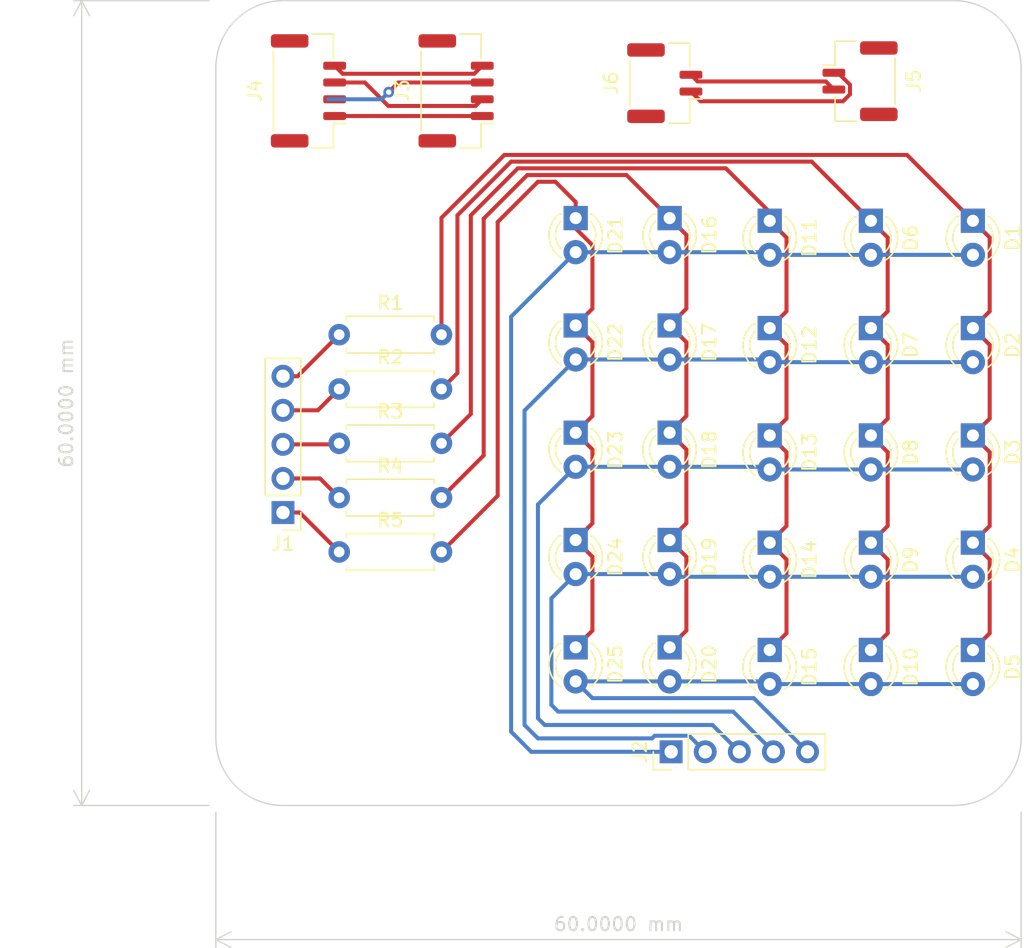
<source format=kicad_pcb>
(kicad_pcb (version 20221018) (generator pcbnew)
  (layers (0 "F.Cu" signal) (31 "B.Cu" signal) (34 "B.Paste" user) (35 "F.Paste" user) (36 "B.SilkS" user "B.Silkscreen") (37 "F.SilkS" user "F.Silkscreen") (38 "B.Mask" user) (39 "F.Mask" user) (44 "Edge.Cuts" user))
  (net 0 "")
  (net 1 "Net-(D1-K)")
  (net 2 "Net-(D1-A)")
  (net 3 "Net-(D12-A)")
  (net 4 "Net-(D13-A)")
  (net 5 "Net-(D14-A)")
  (net 6 "Net-(D10-A)")
  (net 7 "Net-(D10-K)")
  (net 8 "Net-(D11-K)")
  (net 9 "Net-(D16-K)")
  (net 10 "Net-(D21-K)")
  (net 11 "Net-(J1-Pin_1)")
  (net 12 "Net-(J1-Pin_2)")
  (net 13 "Net-(J1-Pin_3)")
  (net 14 "Net-(J1-Pin_4)")
  (net 15 "Net-(J1-Pin_5)")
  (net 16 "GND")
  (net 17 "/RX")
  (net 18 "/TX")
  (net 19 "+3V3")
  (net 20 "/CAN_L")
  (net 21 "/CAN_H")
  (footprint "LED_THT:LED_D3.0mm" (layer "F.Cu") (at 116.27 103.41 -90)
    (fp_text reference "D15" (at 1.27 -2.96 90) (layer "F.SilkS"))
    (fp_text value "LED")
    (pad "1" thru_hole rect (at 0 0 270) (size 1.8 1.8) (drill 0.9) (layers "*.Cu" "*.Mask") (net 8 "Net-(D11-K)"))
    (pad "2" thru_hole circle (at 2.54 0 270) (size 1.8 1.8) (drill 0.9) (layers "*.Cu" "*.Mask") (net 6 "Net-(D10-A)"))
  )
  (footprint "LED_THT:LED_D3.0mm" (layer "F.Cu") (at 101.81 95.21 -90)
    (fp_text reference "D24" (at 1.27 -2.96 90) (layer "F.SilkS"))
    (fp_text value "LED")
    (pad "1" thru_hole rect (at 0 0 270) (size 1.8 1.8) (drill 0.9) (layers "*.Cu" "*.Mask") (net 10 "Net-(D21-K)"))
    (pad "2" thru_hole circle (at 2.54 0 270) (size 1.8 1.8) (drill 0.9) (layers "*.Cu" "*.Mask") (net 5 "Net-(D14-A)"))
  )
  (footprint "LED_THT:LED_D3.0mm" (layer "F.Cu") (at 116.27 71.41 -90)
    (fp_text reference "D11" (at 1.27 -2.96 90) (layer "F.SilkS"))
    (fp_text value "LED")
    (pad "1" thru_hole rect (at 0 0 270) (size 1.8 1.8) (drill 0.9) (layers "*.Cu" "*.Mask") (net 8 "Net-(D11-K)"))
    (pad "2" thru_hole circle (at 2.54 0 270) (size 1.8 1.8) (drill 0.9) (layers "*.Cu" "*.Mask") (net 2 "Net-(D1-A)"))
  )
  (footprint "Resistor_THT:R_Axial_DIN0207_L6.3mm_D2.5mm_P7.62mm_Horizontal" (layer "F.Cu") (at 84.19 83.95)
    (fp_text reference "R2" (at 3.81 -2.37) (layer "F.SilkS"))
    (fp_text value "R_US")
    (pad "1" thru_hole circle (at 0 0) (size 1.6 1.6) (drill 0.8) (layers "*.Cu" "*.Mask") (net 14 "Net-(J1-Pin_4)"))
    (pad "2" thru_hole oval (at 7.62 0) (size 1.6 1.6) (drill 0.8) (layers "*.Cu" "*.Mask") (net 7 "Net-(D10-K)"))
  )
  (footprint "LED_THT:LED_D3.0mm" (layer "F.Cu") (at 131.41 71.41 -90)
    (fp_text reference "D1" (at 1.27 -2.96 90) (layer "F.SilkS"))
    (fp_text value "LED")
    (pad "1" thru_hole rect (at 0 0 270) (size 1.8 1.8) (drill 0.9) (layers "*.Cu" "*.Mask") (net 1 "Net-(D1-K)"))
    (pad "2" thru_hole circle (at 2.54 0 270) (size 1.8 1.8) (drill 0.9) (layers "*.Cu" "*.Mask") (net 2 "Net-(D1-A)"))
  )
  (footprint "Connector_PinHeader_2.54mm:PinHeader_1x05_P2.54mm_Vertical" (layer "F.Cu") (at 80 93.16 180)
    (fp_text reference "J1" (at 0 -2.33) (layer "F.SilkS"))
    (fp_text value "Conn_01x05")
    (pad "1" thru_hole rect (at 0 0 180) (size 1.7 1.7) (drill 1) (layers "*.Cu" "*.Mask") (net 11 "Net-(J1-Pin_1)"))
    (pad "2" thru_hole oval (at 0 2.54 180) (size 1.7 1.7) (drill 1) (layers "*.Cu" "*.Mask") (net 12 "Net-(J1-Pin_2)"))
    (pad "3" thru_hole oval (at 0 5.08 180) (size 1.7 1.7) (drill 1) (layers "*.Cu" "*.Mask") (net 13 "Net-(J1-Pin_3)"))
    (pad "4" thru_hole oval (at 0 7.62 180) (size 1.7 1.7) (drill 1) (layers "*.Cu" "*.Mask") (net 14 "Net-(J1-Pin_4)"))
    (pad "5" thru_hole oval (at 0 10.16 180) (size 1.7 1.7) (drill 1) (layers "*.Cu" "*.Mask") (net 15 "Net-(J1-Pin_5)"))
  )
  (footprint "LED_THT:LED_D3.0mm" (layer "F.Cu") (at 131.41 95.41 -90)
    (fp_text reference "D4" (at 1.27 -2.96 90) (layer "F.SilkS"))
    (fp_text value "LED")
    (pad "1" thru_hole rect (at 0 0 270) (size 1.8 1.8) (drill 0.9) (layers "*.Cu" "*.Mask") (net 1 "Net-(D1-K)"))
    (pad "2" thru_hole circle (at 2.54 0 270) (size 1.8 1.8) (drill 0.9) (layers "*.Cu" "*.Mask") (net 5 "Net-(D14-A)"))
  )
  (footprint "LED_THT:LED_D3.0mm" (layer "F.Cu") (at 101.81 79.21 -90)
    (fp_text reference "D22" (at 1.27 -2.96 90) (layer "F.SilkS"))
    (fp_text value "LED")
    (pad "1" thru_hole rect (at 0 0 270) (size 1.8 1.8) (drill 0.9) (layers "*.Cu" "*.Mask") (net 10 "Net-(D21-K)"))
    (pad "2" thru_hole circle (at 2.54 0 270) (size 1.8 1.8) (drill 0.9) (layers "*.Cu" "*.Mask") (net 3 "Net-(D12-A)"))
  )
  (footprint "LED_THT:LED_D3.0mm" (layer "F.Cu") (at 108.81 79.21 -90)
    (fp_text reference "D17" (at 1.27 -2.96 90) (layer "F.SilkS"))
    (fp_text value "LED")
    (pad "1" thru_hole rect (at 0 0 270) (size 1.8 1.8) (drill 0.9) (layers "*.Cu" "*.Mask") (net 9 "Net-(D16-K)"))
    (pad "2" thru_hole circle (at 2.54 0 270) (size 1.8 1.8) (drill 0.9) (layers "*.Cu" "*.Mask") (net 3 "Net-(D12-A)"))
  )
  (footprint "LED_THT:LED_D3.0mm" (layer "F.Cu") (at 123.81 79.41 -90)
    (fp_text reference "D7" (at 1.27 -2.96 90) (layer "F.SilkS"))
    (fp_text value "LED")
    (pad "1" thru_hole rect (at 0 0 270) (size 1.8 1.8) (drill 0.9) (layers "*.Cu" "*.Mask") (net 7 "Net-(D10-K)"))
    (pad "2" thru_hole circle (at 2.54 0 270) (size 1.8 1.8) (drill 0.9) (layers "*.Cu" "*.Mask") (net 3 "Net-(D12-A)"))
  )
  (footprint "LED_THT:LED_D3.0mm" (layer "F.Cu") (at 108.81 95.21 -90)
    (fp_text reference "D19" (at 1.27 -2.96 90) (layer "F.SilkS"))
    (fp_text value "LED")
    (pad "1" thru_hole rect (at 0 0 270) (size 1.8 1.8) (drill 0.9) (layers "*.Cu" "*.Mask") (net 9 "Net-(D16-K)"))
    (pad "2" thru_hole circle (at 2.54 0 270) (size 1.8 1.8) (drill 0.9) (layers "*.Cu" "*.Mask") (net 5 "Net-(D14-A)"))
  )
  (footprint "LED_THT:LED_D3.0mm" (layer "F.Cu") (at 108.81 87.21 -90)
    (fp_text reference "D18" (at 1.27 -2.96 90) (layer "F.SilkS"))
    (fp_text value "LED")
    (pad "1" thru_hole rect (at 0 0 270) (size 1.8 1.8) (drill 0.9) (layers "*.Cu" "*.Mask") (net 9 "Net-(D16-K)"))
    (pad "2" thru_hole circle (at 2.54 0 270) (size 1.8 1.8) (drill 0.9) (layers "*.Cu" "*.Mask") (net 4 "Net-(D13-A)"))
  )
  (footprint "LED_THT:LED_D3.0mm" (layer "F.Cu") (at 123.81 95.41 -90)
    (fp_text reference "D9" (at 1.27 -2.96 90) (layer "F.SilkS"))
    (fp_text value "LED")
    (pad "1" thru_hole rect (at 0 0 270) (size 1.8 1.8) (drill 0.9) (layers "*.Cu" "*.Mask") (net 7 "Net-(D10-K)"))
    (pad "2" thru_hole circle (at 2.54 0 270) (size 1.8 1.8) (drill 0.9) (layers "*.Cu" "*.Mask") (net 5 "Net-(D14-A)"))
  )
  (footprint "Resistor_THT:R_Axial_DIN0207_L6.3mm_D2.5mm_P7.62mm_Horizontal" (layer "F.Cu") (at 84.19 96.1)
    (fp_text reference "R5" (at 3.81 -2.37) (layer "F.SilkS"))
    (fp_text value "R_US")
    (pad "1" thru_hole circle (at 0 0) (size 1.6 1.6) (drill 0.8) (layers "*.Cu" "*.Mask") (net 11 "Net-(J1-Pin_1)"))
    (pad "2" thru_hole oval (at 7.62 0) (size 1.6 1.6) (drill 0.8) (layers "*.Cu" "*.Mask") (net 10 "Net-(D21-K)"))
  )
  (footprint "LED_THT:LED_D3.0mm" (layer "F.Cu") (at 101.81 71.21 -90)
    (fp_text reference "D21" (at 1.27 -2.96 90) (layer "F.SilkS"))
    (fp_text value "LED")
    (pad "1" thru_hole rect (at 0 0 270) (size 1.8 1.8) (drill 0.9) (layers "*.Cu" "*.Mask") (net 10 "Net-(D21-K)"))
    (pad "2" thru_hole circle (at 2.54 0 270) (size 1.8 1.8) (drill 0.9) (layers "*.Cu" "*.Mask") (net 2 "Net-(D1-A)"))
  )
  (footprint "Connector_PinHeader_2.54mm:PinHeader_1x05_P2.54mm_Vertical" (layer "F.Cu") (at 108.925 111 90)
    (fp_text reference "J2" (at 0 -2.33 90) (layer "F.SilkS"))
    (fp_text value "Conn_01x05")
    (pad "1" thru_hole rect (at 0 0 90) (size 1.7 1.7) (drill 1) (layers "*.Cu" "*.Mask") (net 2 "Net-(D1-A)"))
    (pad "2" thru_hole oval (at 0 2.54 90) (size 1.7 1.7) (drill 1) (layers "*.Cu" "*.Mask") (net 3 "Net-(D12-A)"))
    (pad "3" thru_hole oval (at 0 5.08 90) (size 1.7 1.7) (drill 1) (layers "*.Cu" "*.Mask") (net 4 "Net-(D13-A)"))
    (pad "4" thru_hole oval (at 0 7.62 90) (size 1.7 1.7) (drill 1) (layers "*.Cu" "*.Mask") (net 5 "Net-(D14-A)"))
    (pad "5" thru_hole oval (at 0 10.16 90) (size 1.7 1.7) (drill 1) (layers "*.Cu" "*.Mask") (net 6 "Net-(D10-A)"))
  )
  (footprint "LED_THT:LED_D3.0mm" (layer "F.Cu") (at 101.81 103.21 -90)
    (fp_text reference "D25" (at 1.27 -2.96 90) (layer "F.SilkS"))
    (fp_text value "LED")
    (pad "1" thru_hole rect (at 0 0 270) (size 1.8 1.8) (drill 0.9) (layers "*.Cu" "*.Mask") (net 10 "Net-(D21-K)"))
    (pad "2" thru_hole circle (at 2.54 0 270) (size 1.8 1.8) (drill 0.9) (layers "*.Cu" "*.Mask") (net 6 "Net-(D10-A)"))
  )
  (footprint "LED_THT:LED_D3.0mm" (layer "F.Cu") (at 116.27 79.41 -90)
    (fp_text reference "D12" (at 1.27 -2.96 90) (layer "F.SilkS"))
    (fp_text value "LED")
    (pad "1" thru_hole rect (at 0 0 270) (size 1.8 1.8) (drill 0.9) (layers "*.Cu" "*.Mask") (net 8 "Net-(D11-K)"))
    (pad "2" thru_hole circle (at 2.54 0 270) (size 1.8 1.8) (drill 0.9) (layers "*.Cu" "*.Mask") (net 3 "Net-(D12-A)"))
  )
  (footprint "Resistor_THT:R_Axial_DIN0207_L6.3mm_D2.5mm_P7.62mm_Horizontal" (layer "F.Cu") (at 84.19 79.9)
    (fp_text reference "R1" (at 3.81 -2.37) (layer "F.SilkS"))
    (fp_text value "R_US")
    (pad "1" thru_hole circle (at 0 0) (size 1.6 1.6) (drill 0.8) (layers "*.Cu" "*.Mask") (net 15 "Net-(J1-Pin_5)"))
    (pad "2" thru_hole oval (at 7.62 0) (size 1.6 1.6) (drill 0.8) (layers "*.Cu" "*.Mask") (net 1 "Net-(D1-K)"))
  )
  (footprint "LED_THT:LED_D3.0mm" (layer "F.Cu") (at 116.27 87.41 -90)
    (fp_text reference "D13" (at 1.27 -2.96 90) (layer "F.SilkS"))
    (fp_text value "LED")
    (pad "1" thru_hole rect (at 0 0 270) (size 1.8 1.8) (drill 0.9) (layers "*.Cu" "*.Mask") (net 8 "Net-(D11-K)"))
    (pad "2" thru_hole circle (at 2.54 0 270) (size 1.8 1.8) (drill 0.9) (layers "*.Cu" "*.Mask") (net 4 "Net-(D13-A)"))
  )
  (footprint "Resistor_THT:R_Axial_DIN0207_L6.3mm_D2.5mm_P7.62mm_Horizontal" (layer "F.Cu") (at 84.19 92.05)
    (fp_text reference "R4" (at 3.81 -2.37) (layer "F.SilkS"))
    (fp_text value "R_US")
    (pad "1" thru_hole circle (at 0 0) (size 1.6 1.6) (drill 0.8) (layers "*.Cu" "*.Mask") (net 12 "Net-(J1-Pin_2)"))
    (pad "2" thru_hole oval (at 7.62 0) (size 1.6 1.6) (drill 0.8) (layers "*.Cu" "*.Mask") (net 9 "Net-(D16-K)"))
  )
  (footprint "Connector_JST:JST_GH_BM04B-GHS-TBT_1x04-1MP_P1.25mm_Vertical" (layer "F.Cu") (at 81.9 61.725 90)
    (fp_text reference "J4" (at 0 -4 90) (layer "F.SilkS"))
    (fp_text value "Conn_01x04")
    (pad "1" smd roundrect (at -1.875 1.95 90) (size 0.6 1.7) (layers "F.Cu" "F.Paste" "F.Mask") (net 16 "GND"))
    (pad "2" smd roundrect (at -0.625 1.95 90) (size 0.6 1.7) (layers "F.Cu" "F.Paste" "F.Mask") (net 18 "/TX"))
    (pad "3" smd roundrect (at 0.625 1.95 90) (size 0.6 1.7) (layers "F.Cu" "F.Paste" "F.Mask") (net 17 "/RX"))
    (pad "4" smd roundrect (at 1.875 1.95 90) (size 0.6 1.7) (layers "F.Cu" "F.Paste" "F.Mask") (net 19 "+3V3"))
    (pad "MP" smd roundrect (at -3.725 -1.4 90) (size 1 2.8) (layers "F.Cu" "F.Paste" "F.Mask"))
    (pad "MP" smd roundrect (at 3.725 -1.4 90) (size 1 2.8) (layers "F.Cu" "F.Paste" "F.Mask"))
  )
  (footprint "LED_THT:LED_D3.0mm" (layer "F.Cu") (at 123.81 71.41 -90)
    (fp_text reference "D6" (at 1.27 -2.96 90) (layer "F.SilkS"))
    (fp_text value "LED")
    (pad "1" thru_hole rect (at 0 0 270) (size 1.8 1.8) (drill 0.9) (layers "*.Cu" "*.Mask") (net 7 "Net-(D10-K)"))
    (pad "2" thru_hole circle (at 2.54 0 270) (size 1.8 1.8) (drill 0.9) (layers "*.Cu" "*.Mask") (net 2 "Net-(D1-A)"))
  )
  (footprint "Connector_JST:JST_GH_BM02B-GHS-TBT_1x02-1MP_P1.25mm_Vertical" (layer "F.Cu") (at 123 61 -90)
    (fp_text reference "J5" (at 0 -4 90) (layer "F.SilkS"))
    (fp_text value "Conn_01x02")
    (pad "1" smd roundrect (at -0.625 1.95 270) (size 0.6 1.7) (layers "F.Cu" "F.Paste" "F.Mask") (net 20 "/CAN_L"))
    (pad "2" smd roundrect (at 0.625 1.95 270) (size 0.6 1.7) (layers "F.Cu" "F.Paste" "F.Mask") (net 21 "/CAN_H"))
    (pad "MP" smd roundrect (at -2.475 -1.4 270) (size 1 2.8) (layers "F.Cu" "F.Paste" "F.Mask"))
    (pad "MP" smd roundrect (at 2.475 -1.4 270) (size 1 2.8) (layers "F.Cu" "F.Paste" "F.Mask"))
  )
  (footprint "LED_THT:LED_D3.0mm" (layer "F.Cu") (at 131.41 87.41 -90)
    (fp_text reference "D3" (at 1.27 -2.96 90) (layer "F.SilkS"))
    (fp_text value "LED")
    (pad "1" thru_hole rect (at 0 0 270) (size 1.8 1.8) (drill 0.9) (layers "*.Cu" "*.Mask") (net 1 "Net-(D1-K)"))
    (pad "2" thru_hole circle (at 2.54 0 270) (size 1.8 1.8) (drill 0.9) (layers "*.Cu" "*.Mask") (net 4 "Net-(D13-A)"))
  )
  (footprint "Connector_JST:JST_GH_BM02B-GHS-TBT_1x02-1MP_P1.25mm_Vertical" (layer "F.Cu") (at 108.45 61.15 90)
    (fp_text reference "J6" (at 0 -4 90) (layer "F.SilkS"))
    (fp_text value "Conn_01x02")
    (pad "1" smd roundrect (at -0.625 1.95 90) (size 0.6 1.7) (layers "F.Cu" "F.Paste" "F.Mask") (net 20 "/CAN_L"))
    (pad "2" smd roundrect (at 0.625 1.95 90) (size 0.6 1.7) (layers "F.Cu" "F.Paste" "F.Mask") (net 21 "/CAN_H"))
    (pad "MP" smd roundrect (at -2.475 -1.4 90) (size 1 2.8) (layers "F.Cu" "F.Paste" "F.Mask"))
    (pad "MP" smd roundrect (at 2.475 -1.4 90) (size 1 2.8) (layers "F.Cu" "F.Paste" "F.Mask"))
  )
  (footprint "LED_THT:LED_D3.0mm" (layer "F.Cu") (at 131.41 103.41 -90)
    (fp_text reference "D5" (at 1.27 -2.96 90) (layer "F.SilkS"))
    (fp_text value "LED")
    (pad "1" thru_hole rect (at 0 0 270) (size 1.8 1.8) (drill 0.9) (layers "*.Cu" "*.Mask") (net 1 "Net-(D1-K)"))
    (pad "2" thru_hole circle (at 2.54 0 270) (size 1.8 1.8) (drill 0.9) (layers "*.Cu" "*.Mask") (net 6 "Net-(D10-A)"))
  )
  (footprint "LED_THT:LED_D3.0mm" (layer "F.Cu") (at 123.81 103.41 -90)
    (fp_text reference "D10" (at 1.27 -2.96 90) (layer "F.SilkS"))
    (fp_text value "LED")
    (pad "1" thru_hole rect (at 0 0 270) (size 1.8 1.8) (drill 0.9) (layers "*.Cu" "*.Mask") (net 7 "Net-(D10-K)"))
    (pad "2" thru_hole circle (at 2.54 0 270) (size 1.8 1.8) (drill 0.9) (layers "*.Cu" "*.Mask") (net 6 "Net-(D10-A)"))
  )
  (footprint "Connector_JST:JST_GH_BM04B-GHS-TBT_1x04-1MP_P1.25mm_Vertical" (layer "F.Cu") (at 92.9 61.725 90)
    (fp_text reference "J3" (at 0 -4 90) (layer "F.SilkS"))
    (fp_text value "Conn_01x04")
    (pad "1" smd roundrect (at -1.875 1.95 90) (size 0.6 1.7) (layers "F.Cu" "F.Paste" "F.Mask") (net 16 "GND"))
    (pad "2" smd roundrect (at -0.625 1.95 90) (size 0.6 1.7) (layers "F.Cu" "F.Paste" "F.Mask") (net 17 "/RX"))
    (pad "3" smd roundrect (at 0.625 1.95 90) (size 0.6 1.7) (layers "F.Cu" "F.Paste" "F.Mask") (net 18 "/TX"))
    (pad "4" smd roundrect (at 1.875 1.95 90) (size 0.6 1.7) (layers "F.Cu" "F.Paste" "F.Mask") (net 19 "+3V3"))
    (pad "MP" smd roundrect (at -3.725 -1.4 90) (size 1 2.8) (layers "F.Cu" "F.Paste" "F.Mask"))
    (pad "MP" smd roundrect (at 3.725 -1.4 90) (size 1 2.8) (layers "F.Cu" "F.Paste" "F.Mask"))
  )
  (footprint "LED_THT:LED_D3.0mm" (layer "F.Cu") (at 108.81 71.21 -90)
    (fp_text reference "D16" (at 1.27 -2.96 90) (layer "F.SilkS"))
    (fp_text value "LED")
    (pad "1" thru_hole rect (at 0 0 270) (size 1.8 1.8) (drill 0.9) (layers "*.Cu" "*.Mask") (net 9 "Net-(D16-K)"))
    (pad "2" thru_hole circle (at 2.54 0 270) (size 1.8 1.8) (drill 0.9) (layers "*.Cu" "*.Mask") (net 2 "Net-(D1-A)"))
  )
  (footprint "Resistor_THT:R_Axial_DIN0207_L6.3mm_D2.5mm_P7.62mm_Horizontal" (layer "F.Cu") (at 84.19 88)
    (fp_text reference "R3" (at 3.81 -2.37) (layer "F.SilkS"))
    (fp_text value "R_US")
    (pad "1" thru_hole circle (at 0 0) (size 1.6 1.6) (drill 0.8) (layers "*.Cu" "*.Mask") (net 13 "Net-(J1-Pin_3)"))
    (pad "2" thru_hole oval (at 7.62 0) (size 1.6 1.6) (drill 0.8) (layers "*.Cu" "*.Mask") (net 8 "Net-(D11-K)"))
  )
  (footprint "LED_THT:LED_D3.0mm" (layer "F.Cu") (at 116.27 95.41 -90)
    (fp_text reference "D14" (at 1.27 -2.96 90) (layer "F.SilkS"))
    (fp_text value "LED")
    (pad "1" thru_hole rect (at 0 0 270) (size 1.8 1.8) (drill 0.9) (layers "*.Cu" "*.Mask") (net 8 "Net-(D11-K)"))
    (pad "2" thru_hole circle (at 2.54 0 270) (size 1.8 1.8) (drill 0.9) (layers "*.Cu" "*.Mask") (net 5 "Net-(D14-A)"))
  )
  (footprint "LED_THT:LED_D3.0mm" (layer "F.Cu") (at 101.81 87.21 -90)
    (fp_text reference "D23" (at 1.27 -2.96 90) (layer "F.SilkS"))
    (fp_text value "LED")
    (pad "1" thru_hole rect (at 0 0 270) (size 1.8 1.8) (drill 0.9) (layers "*.Cu" "*.Mask") (net 10 "Net-(D21-K)"))
    (pad "2" thru_hole circle (at 2.54 0 270) (size 1.8 1.8) (drill 0.9) (layers "*.Cu" "*.Mask") (net 4 "Net-(D13-A)"))
  )
  (footprint "LED_THT:LED_D3.0mm" (layer "F.Cu") (at 108.81 103.21 -90)
    (fp_text reference "D20" (at 1.27 -2.96 90) (layer "F.SilkS"))
    (fp_text value "LED")
    (pad "1" thru_hole rect (at 0 0 270) (size 1.8 1.8) (drill 0.9) (layers "*.Cu" "*.Mask") (net 9 "Net-(D16-K)"))
    (pad "2" thru_hole circle (at 2.54 0 270) (size 1.8 1.8) (drill 0.9) (layers "*.Cu" "*.Mask") (net 6 "Net-(D10-A)"))
  )
  (footprint "LED_THT:LED_D3.0mm" (layer "F.Cu") (at 131.41 79.41 -90)
    (fp_text reference "D2" (at 1.27 -2.96 90) (layer "F.SilkS"))
    (fp_text value "LED")
    (pad "1" thru_hole rect (at 0 0 270) (size 1.8 1.8) (drill 0.9) (layers "*.Cu" "*.Mask") (net 1 "Net-(D1-K)"))
    (pad "2" thru_hole circle (at 2.54 0 270) (size 1.8 1.8) (drill 0.9) (layers "*.Cu" "*.Mask") (net 3 "Net-(D12-A)"))
  )
  (footprint "LED_THT:LED_D3.0mm" (layer "F.Cu") (at 123.81 87.41 -90)
    (fp_text reference "D8" (at 1.27 -2.96 90) (layer "F.SilkS"))
    (fp_text value "LED")
    (pad "1" thru_hole rect (at 0 0 270) (size 1.8 1.8) (drill 0.9) (layers "*.Cu" "*.Mask") (net 7 "Net-(D10-K)"))
    (pad "2" thru_hole circle (at 2.54 0 270) (size 1.8 1.8) (drill 0.9) (layers "*.Cu" "*.Mask") (net 4 "Net-(D13-A)"))
  )
  (gr_arc (start 80 115) (mid 76.464466 113.535534) (end 75 110) (stroke (width 0.1)) (layer "Edge.Cuts"))
  (gr_line (start 75 110) (end 75 60) (stroke (width 0.1)) (layer "Edge.Cuts"))
  (gr_arc (start 130 55) (mid 133.535534 56.464466) (end 135 60) (stroke (width 0.1)) (layer "Edge.Cuts"))
  (gr_line (start 130 115) (end 80 115) (stroke (width 0.1)) (layer "Edge.Cuts"))
  (gr_arc (start 135 110) (mid 133.535534 113.535534) (end 130 115) (stroke (width 0.1)) (layer "Edge.Cuts"))
  (gr_arc (start 75 60) (mid 76.464466 56.464466) (end 80 55) (stroke (width 0.1)) (layer "Edge.Cuts"))
  (gr_line (start 135 60) (end 135 110) (stroke (width 0.1)) (layer "Edge.Cuts"))
  (gr_line (start 80 55) (end 130 55) (stroke (width 0.1)) (layer "Edge.Cuts"))
  (dimension (type aligned) (layer "Edge.Cuts") (pts (xy 75 115) (xy 135 115)) (height 10) (gr_text "60.0000 mm" (at 105 123.85) (layer "Edge.Cuts") (effects (font (size 1 1) (thickness 0.15)))) (format (prefix "") (suffix "") (units 3) (units_format 1) (precision 4)) (style (thickness 0.1) (arrow_length 1.27) (text_position_mode 0) (extension_height 0.58642) (extension_offset 0.5) keep_text_aligned))
  (dimension (type aligned) (layer "Edge.Cuts") (pts (xy 75 115) (xy 75 55)) (height -10) (gr_text "60.0000 mm" (at 63.85 85 90) (layer "Edge.Cuts") (effects (font (size 1 1) (thickness 0.15)))) (format (prefix "") (suffix "") (units 3) (units_format 1) (precision 4)) (style (thickness 0.1) (arrow_length 1.27) (text_position_mode 0) (extension_height 0.58642) (extension_offset 0.5) keep_text_aligned))
  (segment (start 132.66 72.66) (end 132.66 78.16) (width 0.3) (layer "F.Cu") (net 1))
  (segment (start 132.66 86.16) (end 131.41 87.41) (width 0.3) (layer "F.Cu") (net 1))
  (segment (start 126.5 66.5) (end 131.41 71.41) (width 0.3) (layer "F.Cu") (net 1))
  (segment (start 131.41 95.41) (end 132.66 96.66) (width 0.3) (layer "F.Cu") (net 1))
  (segment (start 132.66 80.66) (end 132.66 86.16) (width 0.3) (layer "F.Cu") (net 1))
  (segment (start 91.81 79.9) (end 91.81 71.19) (width 0.3) (layer "F.Cu") (net 1))
  (segment (start 96.5 66.5) (end 126.5 66.5) (width 0.3) (layer "F.Cu") (net 1))
  (segment (start 132.66 78.16) (end 131.41 79.41) (width 0.3) (layer "F.Cu") (net 1))
  (segment (start 132.66 94.16) (end 131.41 95.41) (width 0.3) (layer "F.Cu") (net 1))
  (segment (start 132.66 96.66) (end 132.66 102.16) (width 0.3) (layer "F.Cu") (net 1))
  (segment (start 131.41 87.41) (end 132.66 88.66) (width 0.3) (layer "F.Cu") (net 1))
  (segment (start 91.81 71.19) (end 96.5 66.5) (width 0.3) (layer "F.Cu") (net 1))
  (segment (start 131.41 71.41) (end 132.66 72.66) (width 0.3) (layer "F.Cu") (net 1))
  (segment (start 132.66 88.66) (end 132.66 94.16) (width 0.3) (layer "F.Cu") (net 1))
  (segment (start 132.66 102.16) (end 131.41 103.41) (width 0.3) (layer "F.Cu") (net 1))
  (segment (start 131.41 79.41) (end 132.66 80.66) (width 0.3) (layer "F.Cu") (net 1))
  (segment (start 116.07 73.75) (end 116.27 73.95) (width 0.3) (layer "F.Cu") (net 2))
  (segment (start 98.5 111) (end 108.925 111) (width 0.3) (layer "B.Cu") (net 2))
  (segment (start 116.07 73.75) (end 116.27 73.95) (width 0.3) (layer "B.Cu") (net 2))
  (segment (start 97 78.56) (end 97 109.5) (width 0.3) (layer "B.Cu") (net 2))
  (segment (start 101.81 73.75) (end 108.81 73.75) (width 0.3) (layer "B.Cu") (net 2))
  (segment (start 97 109.5) (end 98.5 111) (width 0.3) (layer "B.Cu") (net 2))
  (segment (start 101.81 73.75) (end 97 78.56) (width 0.3) (layer "B.Cu") (net 2))
  (segment (start 108.81 73.75) (end 116.07 73.75) (width 0.3) (layer "B.Cu") (net 2))
  (segment (start 116.27 73.95) (end 123.81 73.95) (width 0.3) (layer "B.Cu") (net 2))
  (segment (start 123.81 73.95) (end 131.41 73.95) (width 0.3) (layer "B.Cu") (net 2))
  (segment (start 109.01 81.95) (end 108.81 81.75) (width 0.3) (layer "F.Cu") (net 3))
  (segment (start 108.81 81.75) (end 116.07 81.75) (width 0.3) (layer "B.Cu") (net 3))
  (segment (start 123.81 81.95) (end 131.41 81.95) (width 0.3) (layer "B.Cu") (net 3))
  (segment (start 116.07 81.75) (end 116.27 81.95) (width 0.3) (layer "B.Cu") (net 3))
  (segment (start 107.7 109.8) (end 110.265 109.8) (width 0.3) (layer "B.Cu") (net 3))
  (segment (start 99 110) (end 107.5 110) (width 0.3) (layer "B.Cu") (net 3))
  (segment (start 101.81 81.75) (end 98 85.56) (width 0.3) (layer "B.Cu") (net 3))
  (segment (start 110.265 109.8) (end 111.465 111) (width 0.3) (layer "B.Cu") (net 3))
  (segment (start 116.27 81.95) (end 123.81 81.95) (width 0.3) (layer "B.Cu") (net 3))
  (segment (start 98 85.56) (end 98 109) (width 0.3) (layer "B.Cu") (net 3))
  (segment (start 102 82) (end 102.25 81.75) (width 0.3) (layer "B.Cu") (net 3))
  (segment (start 102.25 81.75) (end 108.81 81.75) (width 0.3) (layer "B.Cu") (net 3))
  (segment (start 107.5 110) (end 107.7 109.8) (width 0.3) (layer "B.Cu") (net 3))
  (segment (start 98 109) (end 99 110) (width 0.3) (layer "B.Cu") (net 3))
  (segment (start 101.81 81.81) (end 102 82) (width 0.3) (layer "B.Cu") (net 3))
  (segment (start 101.81 81.75) (end 101.81 81.81) (width 0.3) (layer "B.Cu") (net 3))
  (segment (start 123.81 89.95) (end 131.41 89.95) (width 0.3) (layer "B.Cu") (net 4))
  (segment (start 101.81 89.69) (end 102 89.5) (width 0.3) (layer "B.Cu") (net 4))
  (segment (start 99 92.56) (end 99 108.5) (width 0.3) (layer "B.Cu") (net 4))
  (segment (start 102.25 89.75) (end 108.81 89.75) (width 0.3) (layer "B.Cu") (net 4))
  (segment (start 99 108.5) (end 99.5 109) (width 0.3) (layer "B.Cu") (net 4))
  (segment (start 101.81 89.75) (end 101.81 89.69) (width 0.3) (layer "B.Cu") (net 4))
  (segment (start 116.27 89.95) (end 123.81 89.95) (width 0.3) (layer "B.Cu") (net 4))
  (segment (start 102 89.5) (end 102.25 89.75) (width 0.3) (layer "B.Cu") (net 4))
  (segment (start 99.5 109) (end 112.005 109) (width 0.3) (layer "B.Cu") (net 4))
  (segment (start 108.81 89.75) (end 116.07 89.75) (width 0.3) (layer "B.Cu") (net 4))
  (segment (start 116.07 89.75) (end 116.27 89.95) (width 0.3) (layer "B.Cu") (net 4))
  (segment (start 101.81 89.75) (end 99 92.56) (width 0.3) (layer "B.Cu") (net 4))
  (segment (start 112.005 109) (end 114.005 111) (width 0.3) (layer "B.Cu") (net 4))
  (segment (start 123.81 97.95) (end 116.27 97.95) (width 0.3) (layer "B.Cu") (net 5))
  (segment (start 108.81 97.75) (end 101.81 97.75) (width 0.3) (layer "B.Cu") (net 5))
  (segment (start 100.5 108) (end 113.545 108) (width 0.3) (layer "B.Cu") (net 5))
  (segment (start 113.545 108) (end 116.545 111) (width 0.3) (layer "B.Cu") (net 5))
  (segment (start 131.41 97.95) (end 123.81 97.95) (width 0.3) (layer "B.Cu") (net 5))
  (segment (start 101.81 97.75) (end 100 99.56) (width 0.3) (layer "B.Cu") (net 5))
  (segment (start 109.01 97.95) (end 108.81 97.75) (width 0.3) (layer "B.Cu") (net 5))
  (segment (start 100 99.56) (end 100 107.5) (width 0.3) (layer "B.Cu") (net 5))
  (segment (start 100 107.5) (end 100.5 108) (width 0.3) (layer "B.Cu") (net 5))
  (segment (start 116.27 97.95) (end 109.01 97.95) (width 0.3) (layer "B.Cu") (net 5))
  (segment (start 101.81 105.75) (end 108.81 105.75) (width 0.3) (layer "B.Cu") (net 6))
  (segment (start 115.085 107) (end 119.085 111) (width 0.3) (layer "B.Cu") (net 6))
  (segment (start 101.81 105.75) (end 103.06 107) (width 0.3) (layer "B.Cu") (net 6))
  (segment (start 116.27 105.95) (end 123.81 105.95) (width 0.3) (layer "B.Cu") (net 6))
  (segment (start 116.07 105.75) (end 116.27 105.95) (width 0.3) (layer "B.Cu") (net 6))
  (segment (start 103.06 107) (end 115.085 107) (width 0.3) (layer "B.Cu") (net 6))
  (segment (start 123.81 105.95) (end 131.41 105.95) (width 0.3) (layer "B.Cu") (net 6))
  (segment (start 108.81 105.75) (end 116.07 105.75) (width 0.3) (layer "B.Cu") (net 6))
  (segment (start 93 71) (end 93 82.76) (width 0.3) (layer "F.Cu") (net 7))
  (segment (start 125.06 72.66) (end 125.06 78.16) (width 0.3) (layer "F.Cu") (net 7))
  (segment (start 125.06 94.16) (end 123.81 95.41) (width 0.3) (layer "F.Cu") (net 7))
  (segment (start 123.81 71.41) (end 119.4 67) (width 0.3) (layer "F.Cu") (net 7))
  (segment (start 125.06 96.66) (end 125.06 102.16) (width 0.3) (layer "F.Cu") (net 7))
  (segment (start 125.06 78.16) (end 123.81 79.41) (width 0.3) (layer "F.Cu") (net 7))
  (segment (start 97 67) (end 93 71) (width 0.3) (layer "F.Cu") (net 7))
  (segment (start 123.81 95.41) (end 125.06 96.66) (width 0.3) (layer "F.Cu") (net 7))
  (segment (start 125.06 102.16) (end 123.81 103.41) (width 0.3) (layer "F.Cu") (net 7))
  (segment (start 123.81 79.41) (end 125.06 80.66) (width 0.3) (layer "F.Cu") (net 7))
  (segment (start 125.06 86.16) (end 123.81 87.41) (width 0.3) (layer "F.Cu") (net 7))
  (segment (start 125.06 88.66) (end 125.06 94.16) (width 0.3) (layer "F.Cu") (net 7))
  (segment (start 123.81 87.41) (end 125.06 88.66) (width 0.3) (layer "F.Cu") (net 7))
  (segment (start 93 82.76) (end 91.81 83.95) (width 0.3) (layer "F.Cu") (net 7))
  (segment (start 119.4 67) (end 97 67) (width 0.3) (layer "F.Cu") (net 7))
  (segment (start 125.06 80.66) (end 125.06 86.16) (width 0.3) (layer "F.Cu") (net 7))
  (segment (start 123.81 71.41) (end 125.06 72.66) (width 0.3) (layer "F.Cu") (net 7))
  (segment (start 117.52 72.66) (end 117.52 78.16) (width 0.3) (layer "F.Cu") (net 8))
  (segment (start 117.52 78.16) (end 116.27 79.41) (width 0.3) (layer "F.Cu") (net 8))
  (segment (start 117.52 102.16) (end 116.27 103.41) (width 0.3) (layer "F.Cu") (net 8))
  (segment (start 94 85.81) (end 91.81 88) (width 0.3) (layer "F.Cu") (net 8))
  (segment (start 117.52 80.66) (end 117.52 86.16) (width 0.3) (layer "F.Cu") (net 8))
  (segment (start 117.52 88.66) (end 117.52 94.16) (width 0.3) (layer "F.Cu") (net 8))
  (segment (start 116.27 87.41) (end 117.52 88.66) (width 0.3) (layer "F.Cu") (net 8))
  (segment (start 94 71) (end 94 85.81) (width 0.3) (layer "F.Cu") (net 8))
  (segment (start 116.27 95.41) (end 117.52 96.66) (width 0.3) (layer "F.Cu") (net 8))
  (segment (start 116.27 79.41) (end 117.52 80.66) (width 0.3) (layer "F.Cu") (net 8))
  (segment (start 113 67.5) (end 97.5 67.5) (width 0.3) (layer "F.Cu") (net 8))
  (segment (start 117.52 86.16) (end 116.27 87.41) (width 0.3) (layer "F.Cu") (net 8))
  (segment (start 116.27 71.41) (end 116.27 70.77) (width 0.3) (layer "F.Cu") (net 8))
  (segment (start 116.27 70.77) (end 113 67.5) (width 0.3) (layer "F.Cu") (net 8))
  (segment (start 97.5 67.5) (end 94 71) (width 0.3) (layer "F.Cu") (net 8))
  (segment (start 117.52 94.16) (end 116.27 95.41) (width 0.3) (layer "F.Cu") (net 8))
  (segment (start 116.27 71.41) (end 117.52 72.66) (width 0.3) (layer "F.Cu") (net 8))
  (segment (start 117.52 96.66) (end 117.52 102.16) (width 0.3) (layer "F.Cu") (net 8))
  (segment (start 110.06 80.46) (end 110.06 85.96) (width 0.3) (layer "F.Cu") (net 9))
  (segment (start 105.6 68) (end 98.207106 68) (width 0.3) (layer "F.Cu") (net 9))
  (segment (start 110.06 77.96) (end 108.81 79.21) (width 0.3) (layer "F.Cu") (net 9))
  (segment (start 108.81 71.21) (end 105.6 68) (width 0.3) (layer "F.Cu") (net 9))
  (segment (start 110.06 101.96) (end 108.81 103.21) (width 0.3) (layer "F.Cu") (net 9))
  (segment (start 110.06 85.96) (end 108.81 87.21) (width 0.3) (layer "F.Cu") (net 9))
  (segment (start 108.81 87.21) (end 110.06 88.46) (width 0.3) (layer "F.Cu") (net 9))
  (segment (start 110.06 88.46) (end 110.06 93.96) (width 0.3) (layer "F.Cu") (net 9))
  (segment (start 110.06 93.96) (end 108.81 95.21) (width 0.3) (layer "F.Cu") (net 9))
  (segment (start 110.06 96.46) (end 110.06 101.96) (width 0.3) (layer "F.Cu") (net 9))
  (segment (start 108.81 71.21) (end 110.06 72.46) (width 0.3) (layer "F.Cu") (net 9))
  (segment (start 110.06 72.46) (end 110.06 77.96) (width 0.3) (layer "F.Cu") (net 9))
  (segment (start 108.81 79.21) (end 110.06 80.46) (width 0.3) (layer "F.Cu") (net 9))
  (segment (start 94.957106 71.25) (end 94.957106 88.902894) (width 0.3) (layer "F.Cu") (net 9))
  (segment (start 108.81 95.21) (end 110.06 96.46) (width 0.3) (layer "F.Cu") (net 9))
  (segment (start 98.207106 68) (end 94.957106 71.25) (width 0.3) (layer "F.Cu") (net 9))
  (segment (start 94.957106 88.902894) (end 91.81 92.05) (width 0.3) (layer "F.Cu") (net 9))
  (segment (start 103.06 77.96) (end 101.81 79.21) (width 0.3) (layer "F.Cu") (net 10))
  (segment (start 96 71.5) (end 96 91.91) (width 0.3) (layer "F.Cu") (net 10))
  (segment (start 101.81 71.21) (end 101.81 71.982233) (width 0.3) (layer "F.Cu") (net 10))
  (segment (start 103.06 80.46) (end 103.06 85.96) (width 0.3) (layer "F.Cu") (net 10))
  (segment (start 101.81 95.21) (end 103.06 96.46) (width 0.3) (layer "F.Cu") (net 10))
  (segment (start 103.06 85.96) (end 101.81 87.21) (width 0.3) (layer "F.Cu") (net 10))
  (segment (start 101.81 71.21) (end 101.81 70.01) (width 0.3) (layer "F.Cu") (net 10))
  (segment (start 103.06 73.232233) (end 103.06 77.96) (width 0.3) (layer "F.Cu") (net 10))
  (segment (start 100.3 68.5) (end 99 68.5) (width 0.3) (layer "F.Cu") (net 10))
  (segment (start 101.81 87.21) (end 103.06 88.46) (width 0.3) (layer "F.Cu") (net 10))
  (segment (start 96 91.91) (end 91.81 96.1) (width 0.3) (layer "F.Cu") (net 10))
  (segment (start 103.06 101.96) (end 101.81 103.21) (width 0.3) (layer "F.Cu") (net 10))
  (segment (start 101.81 70.01) (end 100.3 68.5) (width 0.3) (layer "F.Cu") (net 10))
  (segment (start 103.06 93.96) (end 101.81 95.21) (width 0.3) (layer "F.Cu") (net 10))
  (segment (start 101.81 79.21) (end 103.06 80.46) (width 0.3) (layer "F.Cu") (net 10))
  (segment (start 101.81 71.982233) (end 103.06 73.232233) (width 0.3) (layer "F.Cu") (net 10))
  (segment (start 99 68.5) (end 96 71.5) (width 0.3) (layer "F.Cu") (net 10))
  (segment (start 103.06 88.46) (end 103.06 93.96) (width 0.3) (layer "F.Cu") (net 10))
  (segment (start 103.06 96.46) (end 103.06 101.96) (width 0.3) (layer "F.Cu") (net 10))
  (segment (start 80 93.16) (end 81.25 93.16) (width 0.3) (layer "F.Cu") (net 11))
  (segment (start 81.25 93.16) (end 84.19 96.1) (width 0.3) (layer "F.Cu") (net 11))
  (segment (start 82.76 90.62) (end 84.19 92.05) (width 0.3) (layer "F.Cu") (net 12))
  (segment (start 80 90.62) (end 82.76 90.62) (width 0.3) (layer "F.Cu") (net 12))
  (segment (start 84.11 88.08) (end 84.19 88) (width 0.3) (layer "F.Cu") (net 13))
  (segment (start 80 88.08) (end 84.11 88.08) (width 0.3) (layer "F.Cu") (net 13))
  (segment (start 80 85.54) (end 82.6 85.54) (width 0.3) (layer "F.Cu") (net 14))
  (segment (start 82.6 85.54) (end 84.19 83.95) (width 0.3) (layer "F.Cu") (net 14))
  (segment (start 84.19 79.9) (end 81.09 83) (width 0.3) (layer "F.Cu") (net 15))
  (segment (start 81.09 83) (end 80 83) (width 0.3) (layer "F.Cu") (net 15))
  (segment (start 83.85 63.6) (end 94.85 63.6) (width 0.3) (layer "F.Cu") (net 16))
  (segment (start 94.35 62.85) (end 94.85 62.35) (width 0.3) (layer "F.Cu") (net 17))
  (segment (start 87.85 62.85) (end 94.35 62.85) (width 0.3) (layer "F.Cu") (net 17))
  (segment (start 83.85 61.1) (end 86.1 61.1) (width 0.3) (layer "F.Cu") (net 17))
  (segment (start 86.1 61.1) (end 87.85 62.85) (width 0.3) (layer "F.Cu") (net 17))
  (segment (start 94.85 61.1) (end 88.6 61.1) (width 0.3) (layer "F.Cu") (net 18))
  (segment (start 88.6 61.1) (end 87.879977 61.820023) (width 0.3) (layer "F.Cu") (net 18))
  (via (at 87.879977 61.820023) (size 0.8) (drill 0.4) (layers "F.Cu" "B.Cu") (net 18))
  (segment (start 87.879977 61.820023) (end 87.35 62.35) (width 0.3) (layer "B.Cu") (net 18))
  (segment (start 87.35 62.35) (end 83.35 62.35) (width 0.3) (layer "B.Cu") (net 18))
  (segment (start 94.25 60.45) (end 94.85 59.85) (width 0.3) (layer "F.Cu") (net 19))
  (segment (start 83.85 59.85) (end 84.45 60.45) (width 0.3) (layer "F.Cu") (net 19))
  (segment (start 84.45 60.45) (end 94.25 60.45) (width 0.3) (layer "F.Cu") (net 19))
  (segment (start 111.125 62.5) (end 110.4 61.775) (width 0.3) (layer "F.Cu") (net 20))
  (segment (start 121.05 60.375) (end 121.357107 60.375) (width 0.3) (layer "F.Cu") (net 20))
  (segment (start 122.25 61.267893) (end 122.25 61.982107) (width 0.3) (layer "F.Cu") (net 20))
  (segment (start 122.25 61.982107) (end 121.732107 62.5) (width 0.3) (layer "F.Cu") (net 20))
  (segment (start 121.357107 60.375) (end 122.25 61.267893) (width 0.3) (layer "F.Cu") (net 20))
  (segment (start 121.732107 62.5) (end 111.125 62.5) (width 0.3) (layer "F.Cu") (net 20))
  (segment (start 120.45 61.025) (end 121.05 61.625) (width 0.3) (layer "F.Cu") (net 21))
  (segment (start 110.4 60.525) (end 110.9 61.025) (width 0.3) (layer "F.Cu") (net 21))
  (segment (start 110.9 61.025) (end 120.45 61.025) (width 0.3) (layer "F.Cu") (net 21))
)
</source>
